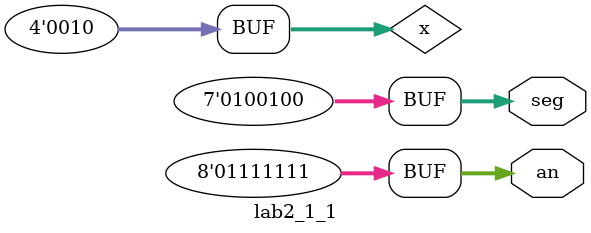
<source format=v>
`timescale 1ns / 1ps


module lab2_1_1(
    
    output reg [6:0]seg,
    output reg [7:0]an
    );
    wire [3:0]x;
    assign x=4'b0010;
    initial an=8'b01111111;
        
      
               
    initial seg=7'b0100100;
      
endmodule

</source>
